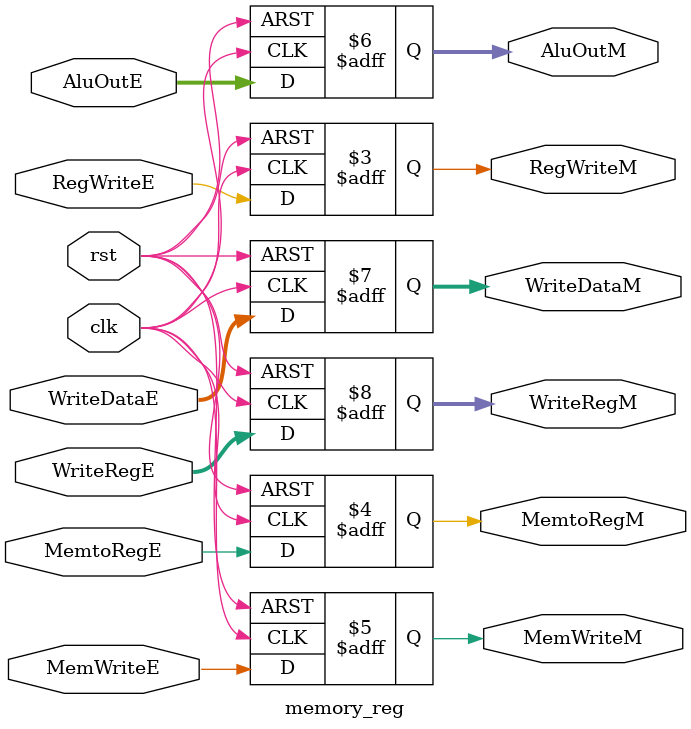
<source format=v>
module memory_reg (
    input wire clk,
    input wire rst,
    //control sigs
    input wire RegWriteE,
    input wire MemtoRegE,
    input wire MemWriteE,
    //Alu sigs 
    input wire [31:0] AluOutE,
    input wire [31:0] WriteDataE,
    input wire [4:0] WriteRegE,
    //outputs control sigs
    output reg RegWriteM,
    output reg MemtoRegM,
    output reg MemWriteM,
    // outputs sigs
    output reg [31:0] AluOutM,
    output reg [31:0] WriteDataM,
    output reg [4:0] WriteRegM 
);

    always @(posedge clk or negedge rst) begin
        if (!rst)
        begin
            RegWriteM <= 1'b0;
            MemtoRegM <= 1'b0;
            MemWriteM <= 1'b0;
            AluOutM   <= 32'b0;
            WriteDataM<= 32'b0;
            WriteRegM <= 5'b0;  
        end
        else 
        begin
            RegWriteM <= RegWriteE;
            MemtoRegM <= MemtoRegE;
            MemWriteM <= MemWriteE;
            AluOutM   <= AluOutE;
            WriteDataM<= WriteDataE;
            WriteRegM <= WriteRegE;
        end

    end

endmodule
</source>
